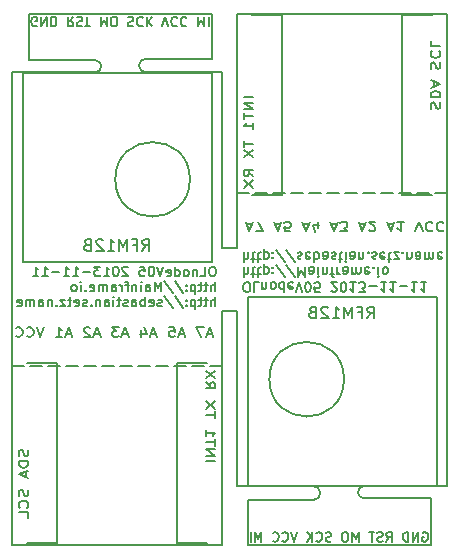
<source format=gbo>
G04 (created by PCBNEW (2013-mar-13)-testing) date Di 12 Nov 2013 11:00:42 CET*
%MOIN*%
G04 Gerber Fmt 3.4, Leading zero omitted, Abs format*
%FSLAX34Y34*%
G01*
G70*
G90*
G04 APERTURE LIST*
%ADD10C,0.005906*%
%ADD11C,0.007874*%
G04 APERTURE END LIST*
G54D10*
X55600Y-54375D02*
X55600Y-62175D01*
X56100Y-54375D02*
X55600Y-54375D01*
X56100Y-60225D02*
X56100Y-54375D01*
X56100Y-52275D02*
X56100Y-44475D01*
X55600Y-52275D02*
X56100Y-52275D01*
X55600Y-46425D02*
X55600Y-52275D01*
X62572Y-47638D02*
X62557Y-47584D01*
X62557Y-47495D01*
X62572Y-47460D01*
X62587Y-47442D01*
X62617Y-47424D01*
X62647Y-47424D01*
X62677Y-47442D01*
X62692Y-47460D01*
X62707Y-47495D01*
X62722Y-47566D01*
X62737Y-47602D01*
X62752Y-47620D01*
X62782Y-47638D01*
X62812Y-47638D01*
X62842Y-47620D01*
X62857Y-47602D01*
X62872Y-47566D01*
X62872Y-47477D01*
X62857Y-47424D01*
X62557Y-47264D02*
X62872Y-47264D01*
X62872Y-47175D01*
X62857Y-47121D01*
X62827Y-47086D01*
X62797Y-47068D01*
X62737Y-47050D01*
X62692Y-47050D01*
X62632Y-47068D01*
X62602Y-47086D01*
X62572Y-47121D01*
X62557Y-47175D01*
X62557Y-47264D01*
X62647Y-46907D02*
X62647Y-46729D01*
X62557Y-46943D02*
X62872Y-46818D01*
X62557Y-46694D01*
X62572Y-46302D02*
X62557Y-46248D01*
X62557Y-46159D01*
X62572Y-46124D01*
X62587Y-46106D01*
X62617Y-46088D01*
X62647Y-46088D01*
X62677Y-46106D01*
X62692Y-46124D01*
X62707Y-46159D01*
X62722Y-46231D01*
X62737Y-46266D01*
X62752Y-46284D01*
X62782Y-46302D01*
X62812Y-46302D01*
X62842Y-46284D01*
X62857Y-46266D01*
X62872Y-46231D01*
X62872Y-46142D01*
X62857Y-46088D01*
X62587Y-45714D02*
X62572Y-45732D01*
X62557Y-45785D01*
X62557Y-45821D01*
X62572Y-45874D01*
X62602Y-45910D01*
X62632Y-45928D01*
X62692Y-45946D01*
X62737Y-45946D01*
X62797Y-45928D01*
X62827Y-45910D01*
X62857Y-45874D01*
X62872Y-45821D01*
X62872Y-45785D01*
X62857Y-45732D01*
X62842Y-45714D01*
X62557Y-45376D02*
X62557Y-45554D01*
X62872Y-45554D01*
X56422Y-51497D02*
X56596Y-51497D01*
X56387Y-51407D02*
X56509Y-51722D01*
X56631Y-51407D01*
X56718Y-51722D02*
X56962Y-51722D01*
X56805Y-51407D01*
X57363Y-51497D02*
X57538Y-51497D01*
X57328Y-51407D02*
X57450Y-51722D01*
X57572Y-51407D01*
X57869Y-51722D02*
X57694Y-51722D01*
X57677Y-51572D01*
X57694Y-51587D01*
X57729Y-51602D01*
X57816Y-51602D01*
X57851Y-51587D01*
X57869Y-51572D01*
X57886Y-51542D01*
X57886Y-51467D01*
X57869Y-51437D01*
X57851Y-51422D01*
X57816Y-51407D01*
X57729Y-51407D01*
X57694Y-51422D01*
X57677Y-51437D01*
X58305Y-51497D02*
X58479Y-51497D01*
X58270Y-51407D02*
X58392Y-51722D01*
X58514Y-51407D01*
X58793Y-51617D02*
X58793Y-51407D01*
X58706Y-51737D02*
X58619Y-51512D01*
X58845Y-51512D01*
X59246Y-51497D02*
X59421Y-51497D01*
X59211Y-51407D02*
X59333Y-51722D01*
X59455Y-51407D01*
X59543Y-51722D02*
X59769Y-51722D01*
X59647Y-51602D01*
X59700Y-51602D01*
X59734Y-51587D01*
X59752Y-51572D01*
X59769Y-51542D01*
X59769Y-51467D01*
X59752Y-51437D01*
X59734Y-51422D01*
X59700Y-51407D01*
X59595Y-51407D01*
X59560Y-51422D01*
X59543Y-51437D01*
X60188Y-51497D02*
X60362Y-51497D01*
X60153Y-51407D02*
X60275Y-51722D01*
X60397Y-51407D01*
X60502Y-51692D02*
X60519Y-51707D01*
X60554Y-51722D01*
X60641Y-51722D01*
X60676Y-51707D01*
X60693Y-51692D01*
X60711Y-51662D01*
X60711Y-51632D01*
X60693Y-51587D01*
X60484Y-51407D01*
X60711Y-51407D01*
X61129Y-51497D02*
X61304Y-51497D01*
X61094Y-51407D02*
X61216Y-51722D01*
X61338Y-51407D01*
X61652Y-51407D02*
X61443Y-51407D01*
X61548Y-51407D02*
X61548Y-51722D01*
X61513Y-51677D01*
X61478Y-51647D01*
X61443Y-51632D01*
X62036Y-51722D02*
X62158Y-51407D01*
X62280Y-51722D01*
X62611Y-51437D02*
X62594Y-51422D01*
X62541Y-51407D01*
X62507Y-51407D01*
X62454Y-51422D01*
X62419Y-51452D01*
X62402Y-51482D01*
X62385Y-51542D01*
X62385Y-51587D01*
X62402Y-51647D01*
X62419Y-51677D01*
X62454Y-51707D01*
X62507Y-51722D01*
X62541Y-51722D01*
X62594Y-51707D01*
X62611Y-51692D01*
X62977Y-51437D02*
X62960Y-51422D01*
X62908Y-51407D01*
X62873Y-51407D01*
X62820Y-51422D01*
X62786Y-51452D01*
X62768Y-51482D01*
X62751Y-51542D01*
X62751Y-51587D01*
X62768Y-51647D01*
X62786Y-51677D01*
X62820Y-51707D01*
X62873Y-51722D01*
X62908Y-51722D01*
X62960Y-51707D01*
X62977Y-51692D01*
G54D11*
X63100Y-50450D02*
X62700Y-50450D01*
X62500Y-50450D02*
X62100Y-50450D01*
X61900Y-50450D02*
X61500Y-50450D01*
X61300Y-50450D02*
X60900Y-50450D01*
X60700Y-50450D02*
X60300Y-50450D01*
X60100Y-50450D02*
X59700Y-50450D01*
X59500Y-50450D02*
X59100Y-50450D01*
X58900Y-50450D02*
X58500Y-50450D01*
X58300Y-50450D02*
X57900Y-50450D01*
X57700Y-50450D02*
X57300Y-50450D01*
X57100Y-50450D02*
X56700Y-50450D01*
X56500Y-50450D02*
X56100Y-50450D01*
G54D10*
X63100Y-44475D02*
X63100Y-60225D01*
X56390Y-53747D02*
X56452Y-53747D01*
X56483Y-53732D01*
X56514Y-53702D01*
X56530Y-53642D01*
X56530Y-53537D01*
X56514Y-53477D01*
X56483Y-53447D01*
X56452Y-53432D01*
X56390Y-53432D01*
X56358Y-53447D01*
X56327Y-53477D01*
X56312Y-53537D01*
X56312Y-53642D01*
X56327Y-53702D01*
X56358Y-53732D01*
X56390Y-53747D01*
X56825Y-53432D02*
X56670Y-53432D01*
X56670Y-53747D01*
X56934Y-53642D02*
X56934Y-53432D01*
X56934Y-53612D02*
X56950Y-53627D01*
X56981Y-53642D01*
X57028Y-53642D01*
X57059Y-53627D01*
X57074Y-53597D01*
X57074Y-53432D01*
X57276Y-53432D02*
X57245Y-53447D01*
X57230Y-53462D01*
X57214Y-53492D01*
X57214Y-53582D01*
X57230Y-53612D01*
X57245Y-53627D01*
X57276Y-53642D01*
X57323Y-53642D01*
X57354Y-53627D01*
X57370Y-53612D01*
X57385Y-53582D01*
X57385Y-53492D01*
X57370Y-53462D01*
X57354Y-53447D01*
X57323Y-53432D01*
X57276Y-53432D01*
X57666Y-53432D02*
X57666Y-53747D01*
X57666Y-53447D02*
X57634Y-53432D01*
X57572Y-53432D01*
X57541Y-53447D01*
X57525Y-53462D01*
X57510Y-53492D01*
X57510Y-53582D01*
X57525Y-53612D01*
X57541Y-53627D01*
X57572Y-53642D01*
X57634Y-53642D01*
X57666Y-53627D01*
X57946Y-53447D02*
X57914Y-53432D01*
X57852Y-53432D01*
X57821Y-53447D01*
X57806Y-53477D01*
X57806Y-53597D01*
X57821Y-53627D01*
X57852Y-53642D01*
X57914Y-53642D01*
X57946Y-53627D01*
X57961Y-53597D01*
X57961Y-53567D01*
X57806Y-53537D01*
X58055Y-53747D02*
X58163Y-53432D01*
X58272Y-53747D01*
X58444Y-53747D02*
X58475Y-53747D01*
X58506Y-53732D01*
X58521Y-53717D01*
X58537Y-53687D01*
X58552Y-53627D01*
X58552Y-53552D01*
X58537Y-53492D01*
X58521Y-53462D01*
X58506Y-53447D01*
X58475Y-53432D01*
X58444Y-53432D01*
X58412Y-53447D01*
X58397Y-53462D01*
X58381Y-53492D01*
X58366Y-53552D01*
X58366Y-53627D01*
X58381Y-53687D01*
X58397Y-53717D01*
X58412Y-53732D01*
X58444Y-53747D01*
X58848Y-53747D02*
X58693Y-53747D01*
X58677Y-53597D01*
X58693Y-53612D01*
X58724Y-53627D01*
X58801Y-53627D01*
X58833Y-53612D01*
X58848Y-53597D01*
X58864Y-53567D01*
X58864Y-53492D01*
X58848Y-53462D01*
X58833Y-53447D01*
X58801Y-53432D01*
X58724Y-53432D01*
X58693Y-53447D01*
X58677Y-53462D01*
X59237Y-53717D02*
X59253Y-53732D01*
X59284Y-53747D01*
X59362Y-53747D01*
X59393Y-53732D01*
X59408Y-53717D01*
X59424Y-53687D01*
X59424Y-53657D01*
X59408Y-53612D01*
X59222Y-53432D01*
X59424Y-53432D01*
X59626Y-53747D02*
X59657Y-53747D01*
X59688Y-53732D01*
X59704Y-53717D01*
X59720Y-53687D01*
X59735Y-53627D01*
X59735Y-53552D01*
X59720Y-53492D01*
X59704Y-53462D01*
X59688Y-53447D01*
X59657Y-53432D01*
X59626Y-53432D01*
X59595Y-53447D01*
X59579Y-53462D01*
X59564Y-53492D01*
X59548Y-53552D01*
X59548Y-53627D01*
X59564Y-53687D01*
X59579Y-53717D01*
X59595Y-53732D01*
X59626Y-53747D01*
X60046Y-53432D02*
X59860Y-53432D01*
X59953Y-53432D02*
X59953Y-53747D01*
X59922Y-53702D01*
X59891Y-53672D01*
X59860Y-53657D01*
X60155Y-53747D02*
X60357Y-53747D01*
X60249Y-53627D01*
X60295Y-53627D01*
X60326Y-53612D01*
X60342Y-53597D01*
X60357Y-53567D01*
X60357Y-53492D01*
X60342Y-53462D01*
X60326Y-53447D01*
X60295Y-53432D01*
X60202Y-53432D01*
X60171Y-53447D01*
X60155Y-53462D01*
X60498Y-53552D02*
X60747Y-53552D01*
X61073Y-53432D02*
X60887Y-53432D01*
X60980Y-53432D02*
X60980Y-53747D01*
X60949Y-53702D01*
X60918Y-53672D01*
X60887Y-53657D01*
X61384Y-53432D02*
X61198Y-53432D01*
X61291Y-53432D02*
X61291Y-53747D01*
X61260Y-53702D01*
X61229Y-53672D01*
X61198Y-53657D01*
X61525Y-53552D02*
X61773Y-53552D01*
X62100Y-53432D02*
X61914Y-53432D01*
X62007Y-53432D02*
X62007Y-53747D01*
X61976Y-53702D01*
X61945Y-53672D01*
X61914Y-53657D01*
X62411Y-53432D02*
X62225Y-53432D01*
X62318Y-53432D02*
X62318Y-53747D01*
X62287Y-53702D01*
X62256Y-53672D01*
X62225Y-53657D01*
X56327Y-52932D02*
X56327Y-53247D01*
X56467Y-52932D02*
X56467Y-53097D01*
X56452Y-53127D01*
X56421Y-53142D01*
X56374Y-53142D01*
X56343Y-53127D01*
X56327Y-53112D01*
X56576Y-53142D02*
X56701Y-53142D01*
X56623Y-53247D02*
X56623Y-52977D01*
X56639Y-52947D01*
X56670Y-52932D01*
X56701Y-52932D01*
X56763Y-53142D02*
X56887Y-53142D01*
X56810Y-53247D02*
X56810Y-52977D01*
X56825Y-52947D01*
X56856Y-52932D01*
X56887Y-52932D01*
X56996Y-53142D02*
X56996Y-52827D01*
X56996Y-53127D02*
X57028Y-53142D01*
X57090Y-53142D01*
X57121Y-53127D01*
X57136Y-53112D01*
X57152Y-53082D01*
X57152Y-52992D01*
X57136Y-52962D01*
X57121Y-52947D01*
X57090Y-52932D01*
X57028Y-52932D01*
X56996Y-52947D01*
X57292Y-52962D02*
X57308Y-52947D01*
X57292Y-52932D01*
X57276Y-52947D01*
X57292Y-52962D01*
X57292Y-52932D01*
X57292Y-53127D02*
X57308Y-53112D01*
X57292Y-53097D01*
X57276Y-53112D01*
X57292Y-53127D01*
X57292Y-53097D01*
X57681Y-53262D02*
X57401Y-52857D01*
X58023Y-53262D02*
X57743Y-52857D01*
X58132Y-52932D02*
X58132Y-53247D01*
X58241Y-53022D01*
X58350Y-53247D01*
X58350Y-52932D01*
X58646Y-52932D02*
X58646Y-53097D01*
X58630Y-53127D01*
X58599Y-53142D01*
X58537Y-53142D01*
X58506Y-53127D01*
X58646Y-52947D02*
X58615Y-52932D01*
X58537Y-52932D01*
X58506Y-52947D01*
X58490Y-52977D01*
X58490Y-53007D01*
X58506Y-53037D01*
X58537Y-53052D01*
X58615Y-53052D01*
X58646Y-53067D01*
X58801Y-52932D02*
X58801Y-53142D01*
X58801Y-53247D02*
X58786Y-53232D01*
X58801Y-53217D01*
X58817Y-53232D01*
X58801Y-53247D01*
X58801Y-53217D01*
X58957Y-53142D02*
X58957Y-52932D01*
X58957Y-53112D02*
X58973Y-53127D01*
X59004Y-53142D01*
X59050Y-53142D01*
X59082Y-53127D01*
X59097Y-53097D01*
X59097Y-52932D01*
X59206Y-53142D02*
X59330Y-53142D01*
X59253Y-52932D02*
X59253Y-53202D01*
X59268Y-53232D01*
X59299Y-53247D01*
X59330Y-53247D01*
X59439Y-52932D02*
X59439Y-53142D01*
X59439Y-53082D02*
X59455Y-53112D01*
X59471Y-53127D01*
X59502Y-53142D01*
X59533Y-53142D01*
X59782Y-52932D02*
X59782Y-53097D01*
X59766Y-53127D01*
X59735Y-53142D01*
X59673Y-53142D01*
X59642Y-53127D01*
X59782Y-52947D02*
X59751Y-52932D01*
X59673Y-52932D01*
X59642Y-52947D01*
X59626Y-52977D01*
X59626Y-53007D01*
X59642Y-53037D01*
X59673Y-53052D01*
X59751Y-53052D01*
X59782Y-53067D01*
X59937Y-52932D02*
X59937Y-53142D01*
X59937Y-53112D02*
X59953Y-53127D01*
X59984Y-53142D01*
X60031Y-53142D01*
X60062Y-53127D01*
X60077Y-53097D01*
X60077Y-52932D01*
X60077Y-53097D02*
X60093Y-53127D01*
X60124Y-53142D01*
X60171Y-53142D01*
X60202Y-53127D01*
X60217Y-53097D01*
X60217Y-52932D01*
X60498Y-52947D02*
X60466Y-52932D01*
X60404Y-52932D01*
X60373Y-52947D01*
X60357Y-52977D01*
X60357Y-53097D01*
X60373Y-53127D01*
X60404Y-53142D01*
X60466Y-53142D01*
X60498Y-53127D01*
X60513Y-53097D01*
X60513Y-53067D01*
X60357Y-53037D01*
X60653Y-52962D02*
X60669Y-52947D01*
X60653Y-52932D01*
X60638Y-52947D01*
X60653Y-52962D01*
X60653Y-52932D01*
X60809Y-52932D02*
X60809Y-53142D01*
X60809Y-53247D02*
X60793Y-53232D01*
X60809Y-53217D01*
X60824Y-53232D01*
X60809Y-53247D01*
X60809Y-53217D01*
X61011Y-52932D02*
X60980Y-52947D01*
X60964Y-52962D01*
X60949Y-52992D01*
X60949Y-53082D01*
X60964Y-53112D01*
X60980Y-53127D01*
X61011Y-53142D01*
X61058Y-53142D01*
X61089Y-53127D01*
X61104Y-53112D01*
X61120Y-53082D01*
X61120Y-52992D01*
X61104Y-52962D01*
X61089Y-52947D01*
X61058Y-52932D01*
X61011Y-52932D01*
X56327Y-52432D02*
X56327Y-52747D01*
X56467Y-52432D02*
X56467Y-52597D01*
X56452Y-52627D01*
X56421Y-52642D01*
X56374Y-52642D01*
X56343Y-52627D01*
X56327Y-52612D01*
X56576Y-52642D02*
X56701Y-52642D01*
X56623Y-52747D02*
X56623Y-52477D01*
X56639Y-52447D01*
X56670Y-52432D01*
X56701Y-52432D01*
X56763Y-52642D02*
X56887Y-52642D01*
X56810Y-52747D02*
X56810Y-52477D01*
X56825Y-52447D01*
X56856Y-52432D01*
X56887Y-52432D01*
X56996Y-52642D02*
X56996Y-52327D01*
X56996Y-52627D02*
X57028Y-52642D01*
X57090Y-52642D01*
X57121Y-52627D01*
X57136Y-52612D01*
X57152Y-52582D01*
X57152Y-52492D01*
X57136Y-52462D01*
X57121Y-52447D01*
X57090Y-52432D01*
X57028Y-52432D01*
X56996Y-52447D01*
X57292Y-52462D02*
X57308Y-52447D01*
X57292Y-52432D01*
X57276Y-52447D01*
X57292Y-52462D01*
X57292Y-52432D01*
X57292Y-52627D02*
X57308Y-52612D01*
X57292Y-52597D01*
X57276Y-52612D01*
X57292Y-52627D01*
X57292Y-52597D01*
X57681Y-52762D02*
X57401Y-52357D01*
X58023Y-52762D02*
X57743Y-52357D01*
X58117Y-52447D02*
X58148Y-52432D01*
X58210Y-52432D01*
X58241Y-52447D01*
X58257Y-52477D01*
X58257Y-52492D01*
X58241Y-52522D01*
X58210Y-52537D01*
X58163Y-52537D01*
X58132Y-52552D01*
X58117Y-52582D01*
X58117Y-52597D01*
X58132Y-52627D01*
X58163Y-52642D01*
X58210Y-52642D01*
X58241Y-52627D01*
X58521Y-52447D02*
X58490Y-52432D01*
X58428Y-52432D01*
X58397Y-52447D01*
X58381Y-52477D01*
X58381Y-52597D01*
X58397Y-52627D01*
X58428Y-52642D01*
X58490Y-52642D01*
X58521Y-52627D01*
X58537Y-52597D01*
X58537Y-52567D01*
X58381Y-52537D01*
X58677Y-52432D02*
X58677Y-52747D01*
X58677Y-52627D02*
X58708Y-52642D01*
X58770Y-52642D01*
X58801Y-52627D01*
X58817Y-52612D01*
X58833Y-52582D01*
X58833Y-52492D01*
X58817Y-52462D01*
X58801Y-52447D01*
X58770Y-52432D01*
X58708Y-52432D01*
X58677Y-52447D01*
X59113Y-52432D02*
X59113Y-52597D01*
X59097Y-52627D01*
X59066Y-52642D01*
X59004Y-52642D01*
X58973Y-52627D01*
X59113Y-52447D02*
X59082Y-52432D01*
X59004Y-52432D01*
X58973Y-52447D01*
X58957Y-52477D01*
X58957Y-52507D01*
X58973Y-52537D01*
X59004Y-52552D01*
X59082Y-52552D01*
X59113Y-52567D01*
X59253Y-52447D02*
X59284Y-52432D01*
X59346Y-52432D01*
X59377Y-52447D01*
X59393Y-52477D01*
X59393Y-52492D01*
X59377Y-52522D01*
X59346Y-52537D01*
X59299Y-52537D01*
X59268Y-52552D01*
X59253Y-52582D01*
X59253Y-52597D01*
X59268Y-52627D01*
X59299Y-52642D01*
X59346Y-52642D01*
X59377Y-52627D01*
X59486Y-52642D02*
X59611Y-52642D01*
X59533Y-52747D02*
X59533Y-52477D01*
X59548Y-52447D01*
X59579Y-52432D01*
X59611Y-52432D01*
X59720Y-52432D02*
X59720Y-52642D01*
X59720Y-52747D02*
X59704Y-52732D01*
X59720Y-52717D01*
X59735Y-52732D01*
X59720Y-52747D01*
X59720Y-52717D01*
X60015Y-52432D02*
X60015Y-52597D01*
X60000Y-52627D01*
X59968Y-52642D01*
X59906Y-52642D01*
X59875Y-52627D01*
X60015Y-52447D02*
X59984Y-52432D01*
X59906Y-52432D01*
X59875Y-52447D01*
X59860Y-52477D01*
X59860Y-52507D01*
X59875Y-52537D01*
X59906Y-52552D01*
X59984Y-52552D01*
X60015Y-52567D01*
X60171Y-52642D02*
X60171Y-52432D01*
X60171Y-52612D02*
X60186Y-52627D01*
X60217Y-52642D01*
X60264Y-52642D01*
X60295Y-52627D01*
X60311Y-52597D01*
X60311Y-52432D01*
X60466Y-52462D02*
X60482Y-52447D01*
X60466Y-52432D01*
X60451Y-52447D01*
X60466Y-52462D01*
X60466Y-52432D01*
X60606Y-52447D02*
X60638Y-52432D01*
X60700Y-52432D01*
X60731Y-52447D01*
X60747Y-52477D01*
X60747Y-52492D01*
X60731Y-52522D01*
X60700Y-52537D01*
X60653Y-52537D01*
X60622Y-52552D01*
X60606Y-52582D01*
X60606Y-52597D01*
X60622Y-52627D01*
X60653Y-52642D01*
X60700Y-52642D01*
X60731Y-52627D01*
X61011Y-52447D02*
X60980Y-52432D01*
X60918Y-52432D01*
X60887Y-52447D01*
X60871Y-52477D01*
X60871Y-52597D01*
X60887Y-52627D01*
X60918Y-52642D01*
X60980Y-52642D01*
X61011Y-52627D01*
X61027Y-52597D01*
X61027Y-52567D01*
X60871Y-52537D01*
X61120Y-52642D02*
X61244Y-52642D01*
X61167Y-52747D02*
X61167Y-52477D01*
X61182Y-52447D01*
X61213Y-52432D01*
X61244Y-52432D01*
X61322Y-52642D02*
X61493Y-52642D01*
X61322Y-52432D01*
X61493Y-52432D01*
X61618Y-52462D02*
X61633Y-52447D01*
X61618Y-52432D01*
X61602Y-52447D01*
X61618Y-52462D01*
X61618Y-52432D01*
X61773Y-52642D02*
X61773Y-52432D01*
X61773Y-52612D02*
X61789Y-52627D01*
X61820Y-52642D01*
X61867Y-52642D01*
X61898Y-52627D01*
X61914Y-52597D01*
X61914Y-52432D01*
X62209Y-52432D02*
X62209Y-52597D01*
X62194Y-52627D01*
X62163Y-52642D01*
X62100Y-52642D01*
X62069Y-52627D01*
X62209Y-52447D02*
X62178Y-52432D01*
X62100Y-52432D01*
X62069Y-52447D01*
X62054Y-52477D01*
X62054Y-52507D01*
X62069Y-52537D01*
X62100Y-52552D01*
X62178Y-52552D01*
X62209Y-52567D01*
X62365Y-52432D02*
X62365Y-52642D01*
X62365Y-52612D02*
X62380Y-52627D01*
X62411Y-52642D01*
X62458Y-52642D01*
X62489Y-52627D01*
X62505Y-52597D01*
X62505Y-52432D01*
X62505Y-52597D02*
X62520Y-52627D01*
X62552Y-52642D01*
X62598Y-52642D01*
X62629Y-52627D01*
X62645Y-52597D01*
X62645Y-52432D01*
X62925Y-52447D02*
X62894Y-52432D01*
X62832Y-52432D01*
X62800Y-52447D01*
X62785Y-52477D01*
X62785Y-52597D01*
X62800Y-52627D01*
X62832Y-52642D01*
X62894Y-52642D01*
X62925Y-52627D01*
X62941Y-52597D01*
X62941Y-52567D01*
X62785Y-52537D01*
X56100Y-44475D02*
X63100Y-44475D01*
G54D11*
X56600Y-50525D02*
X57600Y-50525D01*
X57600Y-50525D02*
X57600Y-44525D01*
X57600Y-44525D02*
X56600Y-44525D01*
X62600Y-44525D02*
X61600Y-44525D01*
X61600Y-44525D02*
X61600Y-50525D01*
X61600Y-50525D02*
X62600Y-50525D01*
G54D10*
X58875Y-60450D02*
G75*
G03X58650Y-60225I-225J0D01*
G74*
G01*
X58650Y-60675D02*
G75*
G03X58875Y-60450I0J225D01*
G74*
G01*
X60325Y-60225D02*
G75*
G03X60125Y-60425I0J-200D01*
G74*
G01*
X60125Y-60425D02*
G75*
G03X60325Y-60625I200J0D01*
G74*
G01*
X60325Y-60225D02*
X63100Y-60225D01*
X58650Y-60225D02*
X56100Y-60225D01*
X56642Y-47262D02*
X56327Y-47262D01*
X56642Y-47440D02*
X56327Y-47440D01*
X56642Y-47654D01*
X56327Y-47654D01*
X56327Y-47779D02*
X56327Y-47993D01*
X56642Y-47886D02*
X56327Y-47886D01*
X56642Y-48313D02*
X56642Y-48099D01*
X56642Y-48206D02*
X56327Y-48206D01*
X56372Y-48171D01*
X56402Y-48135D01*
X56417Y-48099D01*
X56327Y-48705D02*
X56327Y-48919D01*
X56642Y-48812D02*
X56327Y-48812D01*
X56327Y-49008D02*
X56642Y-49257D01*
X56327Y-49257D02*
X56642Y-49008D01*
X56642Y-49898D02*
X56492Y-49774D01*
X56642Y-49685D02*
X56327Y-49685D01*
X56327Y-49827D01*
X56342Y-49863D01*
X56357Y-49880D01*
X56387Y-49898D01*
X56432Y-49898D01*
X56462Y-49880D01*
X56477Y-49863D01*
X56492Y-49827D01*
X56492Y-49685D01*
X56327Y-50023D02*
X56642Y-50272D01*
X56327Y-50272D02*
X56642Y-50023D01*
X60325Y-60625D02*
X62550Y-60625D01*
X58650Y-60675D02*
X56450Y-60675D01*
X56450Y-60675D02*
X56450Y-62175D01*
X56450Y-62175D02*
X62550Y-62175D01*
X62550Y-62175D02*
X62550Y-60625D01*
X62282Y-61767D02*
X62312Y-61752D01*
X62357Y-61752D01*
X62402Y-61767D01*
X62432Y-61797D01*
X62447Y-61827D01*
X62462Y-61887D01*
X62462Y-61932D01*
X62447Y-61992D01*
X62432Y-62022D01*
X62402Y-62052D01*
X62357Y-62067D01*
X62327Y-62067D01*
X62282Y-62052D01*
X62267Y-62037D01*
X62267Y-61932D01*
X62327Y-61932D01*
X62132Y-62067D02*
X62132Y-61752D01*
X61952Y-62067D01*
X61952Y-61752D01*
X61802Y-62067D02*
X61802Y-61752D01*
X61727Y-61752D01*
X61682Y-61767D01*
X61652Y-61797D01*
X61637Y-61827D01*
X61622Y-61887D01*
X61622Y-61932D01*
X61637Y-61992D01*
X61652Y-62022D01*
X61682Y-62052D01*
X61727Y-62067D01*
X61802Y-62067D01*
X61067Y-62067D02*
X61172Y-61917D01*
X61247Y-62067D02*
X61247Y-61752D01*
X61127Y-61752D01*
X61097Y-61767D01*
X61082Y-61782D01*
X61067Y-61812D01*
X61067Y-61857D01*
X61082Y-61887D01*
X61097Y-61902D01*
X61127Y-61917D01*
X61247Y-61917D01*
X60947Y-62052D02*
X60902Y-62067D01*
X60827Y-62067D01*
X60797Y-62052D01*
X60782Y-62037D01*
X60767Y-62007D01*
X60767Y-61977D01*
X60782Y-61947D01*
X60797Y-61932D01*
X60827Y-61917D01*
X60887Y-61902D01*
X60917Y-61887D01*
X60932Y-61872D01*
X60947Y-61842D01*
X60947Y-61812D01*
X60932Y-61782D01*
X60917Y-61767D01*
X60887Y-61752D01*
X60812Y-61752D01*
X60767Y-61767D01*
X60677Y-61752D02*
X60497Y-61752D01*
X60587Y-62067D02*
X60587Y-61752D01*
X60152Y-62067D02*
X60152Y-61752D01*
X60047Y-61977D01*
X59942Y-61752D01*
X59942Y-62067D01*
X59732Y-61752D02*
X59672Y-61752D01*
X59642Y-61767D01*
X59612Y-61797D01*
X59597Y-61857D01*
X59597Y-61962D01*
X59612Y-62022D01*
X59642Y-62052D01*
X59672Y-62067D01*
X59732Y-62067D01*
X59762Y-62052D01*
X59792Y-62022D01*
X59807Y-61962D01*
X59807Y-61857D01*
X59792Y-61797D01*
X59762Y-61767D01*
X59732Y-61752D01*
X59237Y-62052D02*
X59192Y-62067D01*
X59117Y-62067D01*
X59087Y-62052D01*
X59072Y-62037D01*
X59057Y-62007D01*
X59057Y-61977D01*
X59072Y-61947D01*
X59087Y-61932D01*
X59117Y-61917D01*
X59177Y-61902D01*
X59207Y-61887D01*
X59222Y-61872D01*
X59237Y-61842D01*
X59237Y-61812D01*
X59222Y-61782D01*
X59207Y-61767D01*
X59177Y-61752D01*
X59102Y-61752D01*
X59057Y-61767D01*
X58742Y-62037D02*
X58757Y-62052D01*
X58802Y-62067D01*
X58832Y-62067D01*
X58877Y-62052D01*
X58907Y-62022D01*
X58922Y-61992D01*
X58937Y-61932D01*
X58937Y-61887D01*
X58922Y-61827D01*
X58907Y-61797D01*
X58877Y-61767D01*
X58832Y-61752D01*
X58802Y-61752D01*
X58757Y-61767D01*
X58742Y-61782D01*
X58607Y-62067D02*
X58607Y-61752D01*
X58427Y-62067D02*
X58562Y-61887D01*
X58427Y-61752D02*
X58607Y-61932D01*
X58097Y-61752D02*
X57992Y-62067D01*
X57887Y-61752D01*
X57602Y-62037D02*
X57617Y-62052D01*
X57662Y-62067D01*
X57692Y-62067D01*
X57737Y-62052D01*
X57767Y-62022D01*
X57782Y-61992D01*
X57797Y-61932D01*
X57797Y-61887D01*
X57782Y-61827D01*
X57767Y-61797D01*
X57737Y-61767D01*
X57692Y-61752D01*
X57662Y-61752D01*
X57617Y-61767D01*
X57602Y-61782D01*
X57287Y-62037D02*
X57302Y-62052D01*
X57347Y-62067D01*
X57377Y-62067D01*
X57422Y-62052D01*
X57452Y-62022D01*
X57467Y-61992D01*
X57482Y-61932D01*
X57482Y-61887D01*
X57467Y-61827D01*
X57452Y-61797D01*
X57422Y-61767D01*
X57377Y-61752D01*
X57347Y-61752D01*
X57302Y-61767D01*
X57287Y-61782D01*
X56912Y-62067D02*
X56912Y-61752D01*
X56807Y-61977D01*
X56702Y-61752D01*
X56702Y-62067D01*
X56552Y-62067D02*
X56552Y-61752D01*
X49417Y-44882D02*
X49387Y-44897D01*
X49342Y-44897D01*
X49297Y-44882D01*
X49267Y-44852D01*
X49252Y-44822D01*
X49237Y-44762D01*
X49237Y-44717D01*
X49252Y-44657D01*
X49267Y-44627D01*
X49297Y-44597D01*
X49342Y-44582D01*
X49372Y-44582D01*
X49417Y-44597D01*
X49432Y-44612D01*
X49432Y-44717D01*
X49372Y-44717D01*
X49567Y-44582D02*
X49567Y-44897D01*
X49747Y-44582D01*
X49747Y-44897D01*
X49897Y-44582D02*
X49897Y-44897D01*
X49972Y-44897D01*
X50017Y-44882D01*
X50047Y-44852D01*
X50062Y-44822D01*
X50077Y-44762D01*
X50077Y-44717D01*
X50062Y-44657D01*
X50047Y-44627D01*
X50017Y-44597D01*
X49972Y-44582D01*
X49897Y-44582D01*
X50632Y-44582D02*
X50527Y-44732D01*
X50452Y-44582D02*
X50452Y-44897D01*
X50572Y-44897D01*
X50602Y-44882D01*
X50617Y-44867D01*
X50632Y-44837D01*
X50632Y-44792D01*
X50617Y-44762D01*
X50602Y-44747D01*
X50572Y-44732D01*
X50452Y-44732D01*
X50752Y-44597D02*
X50797Y-44582D01*
X50872Y-44582D01*
X50902Y-44597D01*
X50917Y-44612D01*
X50932Y-44642D01*
X50932Y-44672D01*
X50917Y-44702D01*
X50902Y-44717D01*
X50872Y-44732D01*
X50812Y-44747D01*
X50782Y-44762D01*
X50767Y-44777D01*
X50752Y-44807D01*
X50752Y-44837D01*
X50767Y-44867D01*
X50782Y-44882D01*
X50812Y-44897D01*
X50887Y-44897D01*
X50932Y-44882D01*
X51022Y-44897D02*
X51202Y-44897D01*
X51112Y-44582D02*
X51112Y-44897D01*
X51547Y-44582D02*
X51547Y-44897D01*
X51652Y-44672D01*
X51757Y-44897D01*
X51757Y-44582D01*
X51967Y-44897D02*
X52027Y-44897D01*
X52057Y-44882D01*
X52087Y-44852D01*
X52102Y-44792D01*
X52102Y-44687D01*
X52087Y-44627D01*
X52057Y-44597D01*
X52027Y-44582D01*
X51967Y-44582D01*
X51937Y-44597D01*
X51907Y-44627D01*
X51892Y-44687D01*
X51892Y-44792D01*
X51907Y-44852D01*
X51937Y-44882D01*
X51967Y-44897D01*
X52462Y-44597D02*
X52507Y-44582D01*
X52582Y-44582D01*
X52612Y-44597D01*
X52627Y-44612D01*
X52642Y-44642D01*
X52642Y-44672D01*
X52627Y-44702D01*
X52612Y-44717D01*
X52582Y-44732D01*
X52522Y-44747D01*
X52492Y-44762D01*
X52477Y-44777D01*
X52462Y-44807D01*
X52462Y-44837D01*
X52477Y-44867D01*
X52492Y-44882D01*
X52522Y-44897D01*
X52597Y-44897D01*
X52642Y-44882D01*
X52957Y-44612D02*
X52942Y-44597D01*
X52897Y-44582D01*
X52867Y-44582D01*
X52822Y-44597D01*
X52792Y-44627D01*
X52777Y-44657D01*
X52762Y-44717D01*
X52762Y-44762D01*
X52777Y-44822D01*
X52792Y-44852D01*
X52822Y-44882D01*
X52867Y-44897D01*
X52897Y-44897D01*
X52942Y-44882D01*
X52957Y-44867D01*
X53092Y-44582D02*
X53092Y-44897D01*
X53272Y-44582D02*
X53137Y-44762D01*
X53272Y-44897D02*
X53092Y-44717D01*
X53602Y-44897D02*
X53707Y-44582D01*
X53812Y-44897D01*
X54097Y-44612D02*
X54082Y-44597D01*
X54037Y-44582D01*
X54007Y-44582D01*
X53962Y-44597D01*
X53932Y-44627D01*
X53917Y-44657D01*
X53902Y-44717D01*
X53902Y-44762D01*
X53917Y-44822D01*
X53932Y-44852D01*
X53962Y-44882D01*
X54007Y-44897D01*
X54037Y-44897D01*
X54082Y-44882D01*
X54097Y-44867D01*
X54412Y-44612D02*
X54397Y-44597D01*
X54352Y-44582D01*
X54322Y-44582D01*
X54277Y-44597D01*
X54247Y-44627D01*
X54232Y-44657D01*
X54217Y-44717D01*
X54217Y-44762D01*
X54232Y-44822D01*
X54247Y-44852D01*
X54277Y-44882D01*
X54322Y-44897D01*
X54352Y-44897D01*
X54397Y-44882D01*
X54412Y-44867D01*
X54787Y-44582D02*
X54787Y-44897D01*
X54892Y-44672D01*
X54997Y-44897D01*
X54997Y-44582D01*
X55147Y-44582D02*
X55147Y-44897D01*
X49150Y-44475D02*
X49150Y-46025D01*
X55250Y-44475D02*
X49150Y-44475D01*
X55250Y-45975D02*
X55250Y-44475D01*
X53050Y-45975D02*
X55250Y-45975D01*
X51375Y-46025D02*
X49150Y-46025D01*
X55057Y-59387D02*
X55372Y-59387D01*
X55057Y-59209D02*
X55372Y-59209D01*
X55057Y-58995D01*
X55372Y-58995D01*
X55372Y-58870D02*
X55372Y-58656D01*
X55057Y-58763D02*
X55372Y-58763D01*
X55057Y-58336D02*
X55057Y-58550D01*
X55057Y-58443D02*
X55372Y-58443D01*
X55327Y-58478D01*
X55297Y-58514D01*
X55282Y-58550D01*
X55372Y-57944D02*
X55372Y-57730D01*
X55057Y-57837D02*
X55372Y-57837D01*
X55372Y-57641D02*
X55057Y-57392D01*
X55372Y-57392D02*
X55057Y-57641D01*
X55057Y-56751D02*
X55207Y-56875D01*
X55057Y-56964D02*
X55372Y-56964D01*
X55372Y-56822D01*
X55357Y-56786D01*
X55342Y-56769D01*
X55312Y-56751D01*
X55267Y-56751D01*
X55237Y-56769D01*
X55222Y-56786D01*
X55207Y-56822D01*
X55207Y-56964D01*
X55372Y-56626D02*
X55057Y-56377D01*
X55372Y-56377D02*
X55057Y-56626D01*
X53050Y-46425D02*
X55600Y-46425D01*
X51375Y-46425D02*
X48600Y-46425D01*
X51575Y-46225D02*
G75*
G03X51375Y-46025I-200J0D01*
G74*
G01*
X51375Y-46425D02*
G75*
G03X51575Y-46225I0J200D01*
G74*
G01*
X53050Y-45975D02*
G75*
G03X52825Y-46200I0J-225D01*
G74*
G01*
X52825Y-46200D02*
G75*
G03X53050Y-46425I225J0D01*
G74*
G01*
G54D11*
X50100Y-56125D02*
X49100Y-56125D01*
X50100Y-62125D02*
X50100Y-56125D01*
X49100Y-62125D02*
X50100Y-62125D01*
X54100Y-62125D02*
X55100Y-62125D01*
X54100Y-56125D02*
X54100Y-62125D01*
X55100Y-56125D02*
X54100Y-56125D01*
G54D10*
X55600Y-62175D02*
X48600Y-62175D01*
X55309Y-52902D02*
X55247Y-52902D01*
X55216Y-52917D01*
X55185Y-52947D01*
X55169Y-53007D01*
X55169Y-53112D01*
X55185Y-53172D01*
X55216Y-53202D01*
X55247Y-53217D01*
X55309Y-53217D01*
X55341Y-53202D01*
X55372Y-53172D01*
X55387Y-53112D01*
X55387Y-53007D01*
X55372Y-52947D01*
X55341Y-52917D01*
X55309Y-52902D01*
X54874Y-53217D02*
X55029Y-53217D01*
X55029Y-52902D01*
X54765Y-53007D02*
X54765Y-53217D01*
X54765Y-53037D02*
X54749Y-53022D01*
X54718Y-53007D01*
X54671Y-53007D01*
X54640Y-53022D01*
X54625Y-53052D01*
X54625Y-53217D01*
X54423Y-53217D02*
X54454Y-53202D01*
X54469Y-53187D01*
X54485Y-53157D01*
X54485Y-53067D01*
X54469Y-53037D01*
X54454Y-53022D01*
X54423Y-53007D01*
X54376Y-53007D01*
X54345Y-53022D01*
X54329Y-53037D01*
X54314Y-53067D01*
X54314Y-53157D01*
X54329Y-53187D01*
X54345Y-53202D01*
X54376Y-53217D01*
X54423Y-53217D01*
X54033Y-53217D02*
X54033Y-52902D01*
X54033Y-53202D02*
X54065Y-53217D01*
X54127Y-53217D01*
X54158Y-53202D01*
X54174Y-53187D01*
X54189Y-53157D01*
X54189Y-53067D01*
X54174Y-53037D01*
X54158Y-53022D01*
X54127Y-53007D01*
X54065Y-53007D01*
X54033Y-53022D01*
X53753Y-53202D02*
X53785Y-53217D01*
X53847Y-53217D01*
X53878Y-53202D01*
X53893Y-53172D01*
X53893Y-53052D01*
X53878Y-53022D01*
X53847Y-53007D01*
X53785Y-53007D01*
X53753Y-53022D01*
X53738Y-53052D01*
X53738Y-53082D01*
X53893Y-53112D01*
X53644Y-52902D02*
X53536Y-53217D01*
X53427Y-52902D01*
X53255Y-52902D02*
X53224Y-52902D01*
X53193Y-52917D01*
X53178Y-52932D01*
X53162Y-52962D01*
X53147Y-53022D01*
X53147Y-53097D01*
X53162Y-53157D01*
X53178Y-53187D01*
X53193Y-53202D01*
X53224Y-53217D01*
X53255Y-53217D01*
X53287Y-53202D01*
X53302Y-53187D01*
X53318Y-53157D01*
X53333Y-53097D01*
X53333Y-53022D01*
X53318Y-52962D01*
X53302Y-52932D01*
X53287Y-52917D01*
X53255Y-52902D01*
X52851Y-52902D02*
X53006Y-52902D01*
X53022Y-53052D01*
X53006Y-53037D01*
X52975Y-53022D01*
X52898Y-53022D01*
X52866Y-53037D01*
X52851Y-53052D01*
X52835Y-53082D01*
X52835Y-53157D01*
X52851Y-53187D01*
X52866Y-53202D01*
X52898Y-53217D01*
X52975Y-53217D01*
X53006Y-53202D01*
X53022Y-53187D01*
X52462Y-52932D02*
X52446Y-52917D01*
X52415Y-52902D01*
X52337Y-52902D01*
X52306Y-52917D01*
X52291Y-52932D01*
X52275Y-52962D01*
X52275Y-52992D01*
X52291Y-53037D01*
X52477Y-53217D01*
X52275Y-53217D01*
X52073Y-52902D02*
X52042Y-52902D01*
X52011Y-52917D01*
X51995Y-52932D01*
X51979Y-52962D01*
X51964Y-53022D01*
X51964Y-53097D01*
X51979Y-53157D01*
X51995Y-53187D01*
X52011Y-53202D01*
X52042Y-53217D01*
X52073Y-53217D01*
X52104Y-53202D01*
X52120Y-53187D01*
X52135Y-53157D01*
X52151Y-53097D01*
X52151Y-53022D01*
X52135Y-52962D01*
X52120Y-52932D01*
X52104Y-52917D01*
X52073Y-52902D01*
X51653Y-53217D02*
X51839Y-53217D01*
X51746Y-53217D02*
X51746Y-52902D01*
X51777Y-52947D01*
X51808Y-52977D01*
X51839Y-52992D01*
X51544Y-52902D02*
X51342Y-52902D01*
X51450Y-53022D01*
X51404Y-53022D01*
X51373Y-53037D01*
X51357Y-53052D01*
X51342Y-53082D01*
X51342Y-53157D01*
X51357Y-53187D01*
X51373Y-53202D01*
X51404Y-53217D01*
X51497Y-53217D01*
X51528Y-53202D01*
X51544Y-53187D01*
X51201Y-53097D02*
X50953Y-53097D01*
X50626Y-53217D02*
X50812Y-53217D01*
X50719Y-53217D02*
X50719Y-52902D01*
X50750Y-52947D01*
X50781Y-52977D01*
X50812Y-52992D01*
X50315Y-53217D02*
X50501Y-53217D01*
X50408Y-53217D02*
X50408Y-52902D01*
X50439Y-52947D01*
X50470Y-52977D01*
X50501Y-52992D01*
X50174Y-53097D02*
X49926Y-53097D01*
X49599Y-53217D02*
X49785Y-53217D01*
X49692Y-53217D02*
X49692Y-52902D01*
X49723Y-52947D01*
X49754Y-52977D01*
X49785Y-52992D01*
X49288Y-53217D02*
X49474Y-53217D01*
X49381Y-53217D02*
X49381Y-52902D01*
X49412Y-52947D01*
X49443Y-52977D01*
X49474Y-52992D01*
X55372Y-53717D02*
X55372Y-53402D01*
X55232Y-53717D02*
X55232Y-53552D01*
X55247Y-53522D01*
X55278Y-53507D01*
X55325Y-53507D01*
X55356Y-53522D01*
X55372Y-53537D01*
X55123Y-53507D02*
X54998Y-53507D01*
X55076Y-53402D02*
X55076Y-53672D01*
X55060Y-53702D01*
X55029Y-53717D01*
X54998Y-53717D01*
X54936Y-53507D02*
X54812Y-53507D01*
X54889Y-53402D02*
X54889Y-53672D01*
X54874Y-53702D01*
X54843Y-53717D01*
X54812Y-53717D01*
X54703Y-53507D02*
X54703Y-53822D01*
X54703Y-53522D02*
X54671Y-53507D01*
X54609Y-53507D01*
X54578Y-53522D01*
X54563Y-53537D01*
X54547Y-53567D01*
X54547Y-53657D01*
X54563Y-53687D01*
X54578Y-53702D01*
X54609Y-53717D01*
X54671Y-53717D01*
X54703Y-53702D01*
X54407Y-53687D02*
X54391Y-53702D01*
X54407Y-53717D01*
X54423Y-53702D01*
X54407Y-53687D01*
X54407Y-53717D01*
X54407Y-53522D02*
X54391Y-53537D01*
X54407Y-53552D01*
X54423Y-53537D01*
X54407Y-53522D01*
X54407Y-53552D01*
X54018Y-53387D02*
X54298Y-53792D01*
X53676Y-53387D02*
X53956Y-53792D01*
X53567Y-53717D02*
X53567Y-53402D01*
X53458Y-53627D01*
X53349Y-53402D01*
X53349Y-53717D01*
X53053Y-53717D02*
X53053Y-53552D01*
X53069Y-53522D01*
X53100Y-53507D01*
X53162Y-53507D01*
X53193Y-53522D01*
X53053Y-53702D02*
X53084Y-53717D01*
X53162Y-53717D01*
X53193Y-53702D01*
X53209Y-53672D01*
X53209Y-53642D01*
X53193Y-53612D01*
X53162Y-53597D01*
X53084Y-53597D01*
X53053Y-53582D01*
X52898Y-53717D02*
X52898Y-53507D01*
X52898Y-53402D02*
X52913Y-53417D01*
X52898Y-53432D01*
X52882Y-53417D01*
X52898Y-53402D01*
X52898Y-53432D01*
X52742Y-53507D02*
X52742Y-53717D01*
X52742Y-53537D02*
X52726Y-53522D01*
X52695Y-53507D01*
X52649Y-53507D01*
X52617Y-53522D01*
X52602Y-53552D01*
X52602Y-53717D01*
X52493Y-53507D02*
X52369Y-53507D01*
X52446Y-53717D02*
X52446Y-53447D01*
X52431Y-53417D01*
X52400Y-53402D01*
X52369Y-53402D01*
X52260Y-53717D02*
X52260Y-53507D01*
X52260Y-53567D02*
X52244Y-53537D01*
X52228Y-53522D01*
X52197Y-53507D01*
X52166Y-53507D01*
X51917Y-53717D02*
X51917Y-53552D01*
X51933Y-53522D01*
X51964Y-53507D01*
X52026Y-53507D01*
X52057Y-53522D01*
X51917Y-53702D02*
X51948Y-53717D01*
X52026Y-53717D01*
X52057Y-53702D01*
X52073Y-53672D01*
X52073Y-53642D01*
X52057Y-53612D01*
X52026Y-53597D01*
X51948Y-53597D01*
X51917Y-53582D01*
X51762Y-53717D02*
X51762Y-53507D01*
X51762Y-53537D02*
X51746Y-53522D01*
X51715Y-53507D01*
X51668Y-53507D01*
X51637Y-53522D01*
X51622Y-53552D01*
X51622Y-53717D01*
X51622Y-53552D02*
X51606Y-53522D01*
X51575Y-53507D01*
X51528Y-53507D01*
X51497Y-53522D01*
X51482Y-53552D01*
X51482Y-53717D01*
X51201Y-53702D02*
X51233Y-53717D01*
X51295Y-53717D01*
X51326Y-53702D01*
X51342Y-53672D01*
X51342Y-53552D01*
X51326Y-53522D01*
X51295Y-53507D01*
X51233Y-53507D01*
X51201Y-53522D01*
X51186Y-53552D01*
X51186Y-53582D01*
X51342Y-53612D01*
X51046Y-53687D02*
X51030Y-53702D01*
X51046Y-53717D01*
X51061Y-53702D01*
X51046Y-53687D01*
X51046Y-53717D01*
X50890Y-53717D02*
X50890Y-53507D01*
X50890Y-53402D02*
X50906Y-53417D01*
X50890Y-53432D01*
X50875Y-53417D01*
X50890Y-53402D01*
X50890Y-53432D01*
X50688Y-53717D02*
X50719Y-53702D01*
X50735Y-53687D01*
X50750Y-53657D01*
X50750Y-53567D01*
X50735Y-53537D01*
X50719Y-53522D01*
X50688Y-53507D01*
X50641Y-53507D01*
X50610Y-53522D01*
X50595Y-53537D01*
X50579Y-53567D01*
X50579Y-53657D01*
X50595Y-53687D01*
X50610Y-53702D01*
X50641Y-53717D01*
X50688Y-53717D01*
X55372Y-54217D02*
X55372Y-53902D01*
X55232Y-54217D02*
X55232Y-54052D01*
X55247Y-54022D01*
X55278Y-54007D01*
X55325Y-54007D01*
X55356Y-54022D01*
X55372Y-54037D01*
X55123Y-54007D02*
X54998Y-54007D01*
X55076Y-53902D02*
X55076Y-54172D01*
X55060Y-54202D01*
X55029Y-54217D01*
X54998Y-54217D01*
X54936Y-54007D02*
X54812Y-54007D01*
X54889Y-53902D02*
X54889Y-54172D01*
X54874Y-54202D01*
X54843Y-54217D01*
X54812Y-54217D01*
X54703Y-54007D02*
X54703Y-54322D01*
X54703Y-54022D02*
X54671Y-54007D01*
X54609Y-54007D01*
X54578Y-54022D01*
X54563Y-54037D01*
X54547Y-54067D01*
X54547Y-54157D01*
X54563Y-54187D01*
X54578Y-54202D01*
X54609Y-54217D01*
X54671Y-54217D01*
X54703Y-54202D01*
X54407Y-54187D02*
X54391Y-54202D01*
X54407Y-54217D01*
X54423Y-54202D01*
X54407Y-54187D01*
X54407Y-54217D01*
X54407Y-54022D02*
X54391Y-54037D01*
X54407Y-54052D01*
X54423Y-54037D01*
X54407Y-54022D01*
X54407Y-54052D01*
X54018Y-53887D02*
X54298Y-54292D01*
X53676Y-53887D02*
X53956Y-54292D01*
X53582Y-54202D02*
X53551Y-54217D01*
X53489Y-54217D01*
X53458Y-54202D01*
X53442Y-54172D01*
X53442Y-54157D01*
X53458Y-54127D01*
X53489Y-54112D01*
X53536Y-54112D01*
X53567Y-54097D01*
X53582Y-54067D01*
X53582Y-54052D01*
X53567Y-54022D01*
X53536Y-54007D01*
X53489Y-54007D01*
X53458Y-54022D01*
X53178Y-54202D02*
X53209Y-54217D01*
X53271Y-54217D01*
X53302Y-54202D01*
X53318Y-54172D01*
X53318Y-54052D01*
X53302Y-54022D01*
X53271Y-54007D01*
X53209Y-54007D01*
X53178Y-54022D01*
X53162Y-54052D01*
X53162Y-54082D01*
X53318Y-54112D01*
X53022Y-54217D02*
X53022Y-53902D01*
X53022Y-54022D02*
X52991Y-54007D01*
X52929Y-54007D01*
X52898Y-54022D01*
X52882Y-54037D01*
X52866Y-54067D01*
X52866Y-54157D01*
X52882Y-54187D01*
X52898Y-54202D01*
X52929Y-54217D01*
X52991Y-54217D01*
X53022Y-54202D01*
X52586Y-54217D02*
X52586Y-54052D01*
X52602Y-54022D01*
X52633Y-54007D01*
X52695Y-54007D01*
X52726Y-54022D01*
X52586Y-54202D02*
X52617Y-54217D01*
X52695Y-54217D01*
X52726Y-54202D01*
X52742Y-54172D01*
X52742Y-54142D01*
X52726Y-54112D01*
X52695Y-54097D01*
X52617Y-54097D01*
X52586Y-54082D01*
X52446Y-54202D02*
X52415Y-54217D01*
X52353Y-54217D01*
X52322Y-54202D01*
X52306Y-54172D01*
X52306Y-54157D01*
X52322Y-54127D01*
X52353Y-54112D01*
X52400Y-54112D01*
X52431Y-54097D01*
X52446Y-54067D01*
X52446Y-54052D01*
X52431Y-54022D01*
X52400Y-54007D01*
X52353Y-54007D01*
X52322Y-54022D01*
X52213Y-54007D02*
X52088Y-54007D01*
X52166Y-53902D02*
X52166Y-54172D01*
X52151Y-54202D01*
X52120Y-54217D01*
X52088Y-54217D01*
X51979Y-54217D02*
X51979Y-54007D01*
X51979Y-53902D02*
X51995Y-53917D01*
X51979Y-53932D01*
X51964Y-53917D01*
X51979Y-53902D01*
X51979Y-53932D01*
X51684Y-54217D02*
X51684Y-54052D01*
X51699Y-54022D01*
X51731Y-54007D01*
X51793Y-54007D01*
X51824Y-54022D01*
X51684Y-54202D02*
X51715Y-54217D01*
X51793Y-54217D01*
X51824Y-54202D01*
X51839Y-54172D01*
X51839Y-54142D01*
X51824Y-54112D01*
X51793Y-54097D01*
X51715Y-54097D01*
X51684Y-54082D01*
X51528Y-54007D02*
X51528Y-54217D01*
X51528Y-54037D02*
X51513Y-54022D01*
X51482Y-54007D01*
X51435Y-54007D01*
X51404Y-54022D01*
X51388Y-54052D01*
X51388Y-54217D01*
X51233Y-54187D02*
X51217Y-54202D01*
X51233Y-54217D01*
X51248Y-54202D01*
X51233Y-54187D01*
X51233Y-54217D01*
X51093Y-54202D02*
X51061Y-54217D01*
X50999Y-54217D01*
X50968Y-54202D01*
X50952Y-54172D01*
X50952Y-54157D01*
X50968Y-54127D01*
X50999Y-54112D01*
X51046Y-54112D01*
X51077Y-54097D01*
X51093Y-54067D01*
X51093Y-54052D01*
X51077Y-54022D01*
X51046Y-54007D01*
X50999Y-54007D01*
X50968Y-54022D01*
X50688Y-54202D02*
X50719Y-54217D01*
X50781Y-54217D01*
X50812Y-54202D01*
X50828Y-54172D01*
X50828Y-54052D01*
X50812Y-54022D01*
X50781Y-54007D01*
X50719Y-54007D01*
X50688Y-54022D01*
X50672Y-54052D01*
X50672Y-54082D01*
X50828Y-54112D01*
X50579Y-54007D02*
X50455Y-54007D01*
X50532Y-53902D02*
X50532Y-54172D01*
X50517Y-54202D01*
X50486Y-54217D01*
X50455Y-54217D01*
X50377Y-54007D02*
X50206Y-54007D01*
X50377Y-54217D01*
X50206Y-54217D01*
X50081Y-54187D02*
X50066Y-54202D01*
X50081Y-54217D01*
X50097Y-54202D01*
X50081Y-54187D01*
X50081Y-54217D01*
X49926Y-54007D02*
X49926Y-54217D01*
X49926Y-54037D02*
X49910Y-54022D01*
X49879Y-54007D01*
X49832Y-54007D01*
X49801Y-54022D01*
X49785Y-54052D01*
X49785Y-54217D01*
X49490Y-54217D02*
X49490Y-54052D01*
X49505Y-54022D01*
X49536Y-54007D01*
X49599Y-54007D01*
X49630Y-54022D01*
X49490Y-54202D02*
X49521Y-54217D01*
X49599Y-54217D01*
X49630Y-54202D01*
X49645Y-54172D01*
X49645Y-54142D01*
X49630Y-54112D01*
X49599Y-54097D01*
X49521Y-54097D01*
X49490Y-54082D01*
X49334Y-54217D02*
X49334Y-54007D01*
X49334Y-54037D02*
X49319Y-54022D01*
X49288Y-54007D01*
X49241Y-54007D01*
X49210Y-54022D01*
X49194Y-54052D01*
X49194Y-54217D01*
X49194Y-54052D02*
X49179Y-54022D01*
X49147Y-54007D01*
X49101Y-54007D01*
X49070Y-54022D01*
X49054Y-54052D01*
X49054Y-54217D01*
X48774Y-54202D02*
X48805Y-54217D01*
X48867Y-54217D01*
X48899Y-54202D01*
X48914Y-54172D01*
X48914Y-54052D01*
X48899Y-54022D01*
X48867Y-54007D01*
X48805Y-54007D01*
X48774Y-54022D01*
X48758Y-54052D01*
X48758Y-54082D01*
X48914Y-54112D01*
X48600Y-62175D02*
X48600Y-46425D01*
G54D11*
X55200Y-56200D02*
X55600Y-56200D01*
X54600Y-56200D02*
X55000Y-56200D01*
X54000Y-56200D02*
X54400Y-56200D01*
X53400Y-56200D02*
X53800Y-56200D01*
X52800Y-56200D02*
X53200Y-56200D01*
X52200Y-56200D02*
X52600Y-56200D01*
X51600Y-56200D02*
X52000Y-56200D01*
X51000Y-56200D02*
X51400Y-56200D01*
X50400Y-56200D02*
X50800Y-56200D01*
X49800Y-56200D02*
X50200Y-56200D01*
X49200Y-56200D02*
X49600Y-56200D01*
X48600Y-56200D02*
X49000Y-56200D01*
G54D10*
X55277Y-55152D02*
X55103Y-55152D01*
X55312Y-55242D02*
X55190Y-54927D01*
X55068Y-55242D01*
X54981Y-54927D02*
X54737Y-54927D01*
X54894Y-55242D01*
X54336Y-55152D02*
X54161Y-55152D01*
X54371Y-55242D02*
X54249Y-54927D01*
X54127Y-55242D01*
X53830Y-54927D02*
X54005Y-54927D01*
X54022Y-55077D01*
X54005Y-55062D01*
X53970Y-55047D01*
X53883Y-55047D01*
X53848Y-55062D01*
X53830Y-55077D01*
X53813Y-55107D01*
X53813Y-55182D01*
X53830Y-55212D01*
X53848Y-55227D01*
X53883Y-55242D01*
X53970Y-55242D01*
X54005Y-55227D01*
X54022Y-55212D01*
X53394Y-55152D02*
X53220Y-55152D01*
X53429Y-55242D02*
X53307Y-54927D01*
X53185Y-55242D01*
X52906Y-55032D02*
X52906Y-55242D01*
X52993Y-54912D02*
X53080Y-55137D01*
X52854Y-55137D01*
X52453Y-55152D02*
X52278Y-55152D01*
X52488Y-55242D02*
X52366Y-54927D01*
X52244Y-55242D01*
X52156Y-54927D02*
X51930Y-54927D01*
X52052Y-55047D01*
X51999Y-55047D01*
X51965Y-55062D01*
X51947Y-55077D01*
X51930Y-55107D01*
X51930Y-55182D01*
X51947Y-55212D01*
X51965Y-55227D01*
X51999Y-55242D01*
X52104Y-55242D01*
X52139Y-55227D01*
X52156Y-55212D01*
X51511Y-55152D02*
X51337Y-55152D01*
X51546Y-55242D02*
X51424Y-54927D01*
X51302Y-55242D01*
X51197Y-54957D02*
X51180Y-54942D01*
X51145Y-54927D01*
X51058Y-54927D01*
X51023Y-54942D01*
X51006Y-54957D01*
X50988Y-54987D01*
X50988Y-55017D01*
X51006Y-55062D01*
X51215Y-55242D01*
X50988Y-55242D01*
X50570Y-55152D02*
X50395Y-55152D01*
X50605Y-55242D02*
X50483Y-54927D01*
X50361Y-55242D01*
X50047Y-55242D02*
X50256Y-55242D01*
X50151Y-55242D02*
X50151Y-54927D01*
X50186Y-54972D01*
X50221Y-55002D01*
X50256Y-55017D01*
X49663Y-54927D02*
X49541Y-55242D01*
X49419Y-54927D01*
X49088Y-55212D02*
X49105Y-55227D01*
X49158Y-55242D01*
X49192Y-55242D01*
X49245Y-55227D01*
X49280Y-55197D01*
X49297Y-55167D01*
X49314Y-55107D01*
X49314Y-55062D01*
X49297Y-55002D01*
X49280Y-54972D01*
X49245Y-54942D01*
X49192Y-54927D01*
X49158Y-54927D01*
X49105Y-54942D01*
X49088Y-54957D01*
X48722Y-55212D02*
X48739Y-55227D01*
X48791Y-55242D01*
X48826Y-55242D01*
X48879Y-55227D01*
X48913Y-55197D01*
X48931Y-55167D01*
X48948Y-55107D01*
X48948Y-55062D01*
X48931Y-55002D01*
X48913Y-54972D01*
X48879Y-54942D01*
X48826Y-54927D01*
X48791Y-54927D01*
X48739Y-54942D01*
X48722Y-54957D01*
X49127Y-59011D02*
X49142Y-59065D01*
X49142Y-59154D01*
X49127Y-59189D01*
X49112Y-59207D01*
X49082Y-59225D01*
X49052Y-59225D01*
X49022Y-59207D01*
X49007Y-59189D01*
X48992Y-59154D01*
X48977Y-59083D01*
X48962Y-59047D01*
X48947Y-59029D01*
X48917Y-59011D01*
X48887Y-59011D01*
X48857Y-59029D01*
X48842Y-59047D01*
X48827Y-59083D01*
X48827Y-59172D01*
X48842Y-59225D01*
X49142Y-59385D02*
X48827Y-59385D01*
X48827Y-59474D01*
X48842Y-59528D01*
X48872Y-59563D01*
X48902Y-59581D01*
X48962Y-59599D01*
X49007Y-59599D01*
X49067Y-59581D01*
X49097Y-59563D01*
X49127Y-59528D01*
X49142Y-59474D01*
X49142Y-59385D01*
X49052Y-59742D02*
X49052Y-59920D01*
X49142Y-59706D02*
X48827Y-59831D01*
X49142Y-59955D01*
X49127Y-60347D02*
X49142Y-60401D01*
X49142Y-60490D01*
X49127Y-60525D01*
X49112Y-60543D01*
X49082Y-60561D01*
X49052Y-60561D01*
X49022Y-60543D01*
X49007Y-60525D01*
X48992Y-60490D01*
X48977Y-60418D01*
X48962Y-60383D01*
X48947Y-60365D01*
X48917Y-60347D01*
X48887Y-60347D01*
X48857Y-60365D01*
X48842Y-60383D01*
X48827Y-60418D01*
X48827Y-60507D01*
X48842Y-60561D01*
X49112Y-60935D02*
X49127Y-60917D01*
X49142Y-60864D01*
X49142Y-60828D01*
X49127Y-60775D01*
X49097Y-60739D01*
X49067Y-60721D01*
X49007Y-60703D01*
X48962Y-60703D01*
X48902Y-60721D01*
X48872Y-60739D01*
X48842Y-60775D01*
X48827Y-60828D01*
X48827Y-60864D01*
X48842Y-60917D01*
X48857Y-60935D01*
X49142Y-61273D02*
X49142Y-61095D01*
X48827Y-61095D01*
X59663Y-56656D02*
G75*
G03X59663Y-56656I-1244J0D01*
G74*
G01*
X62749Y-53900D02*
X56450Y-53900D01*
X56450Y-53900D02*
X56450Y-60199D01*
X56450Y-60199D02*
X62749Y-60199D01*
X62749Y-60199D02*
X62749Y-53900D01*
X54526Y-49993D02*
G75*
G03X54526Y-49993I-1244J0D01*
G74*
G01*
X48950Y-52749D02*
X55249Y-52749D01*
X55249Y-52749D02*
X55249Y-46450D01*
X55249Y-46450D02*
X48950Y-46450D01*
X48950Y-46450D02*
X48950Y-52749D01*
X60443Y-54628D02*
X60574Y-54440D01*
X60668Y-54628D02*
X60668Y-54234D01*
X60518Y-54234D01*
X60481Y-54253D01*
X60462Y-54271D01*
X60443Y-54309D01*
X60443Y-54365D01*
X60462Y-54403D01*
X60481Y-54421D01*
X60518Y-54440D01*
X60668Y-54440D01*
X60143Y-54421D02*
X60274Y-54421D01*
X60274Y-54628D02*
X60274Y-54234D01*
X60087Y-54234D01*
X59937Y-54628D02*
X59937Y-54234D01*
X59806Y-54515D01*
X59674Y-54234D01*
X59674Y-54628D01*
X59281Y-54628D02*
X59506Y-54628D01*
X59393Y-54628D02*
X59393Y-54234D01*
X59431Y-54290D01*
X59468Y-54328D01*
X59506Y-54346D01*
X59131Y-54271D02*
X59112Y-54253D01*
X59075Y-54234D01*
X58981Y-54234D01*
X58943Y-54253D01*
X58925Y-54271D01*
X58906Y-54309D01*
X58906Y-54346D01*
X58925Y-54403D01*
X59150Y-54628D01*
X58906Y-54628D01*
X58606Y-54421D02*
X58550Y-54440D01*
X58531Y-54459D01*
X58512Y-54496D01*
X58512Y-54553D01*
X58531Y-54590D01*
X58550Y-54609D01*
X58587Y-54628D01*
X58737Y-54628D01*
X58737Y-54234D01*
X58606Y-54234D01*
X58568Y-54253D01*
X58550Y-54271D01*
X58531Y-54309D01*
X58531Y-54346D01*
X58550Y-54384D01*
X58568Y-54403D01*
X58606Y-54421D01*
X58737Y-54421D01*
X52943Y-52378D02*
X53074Y-52190D01*
X53168Y-52378D02*
X53168Y-51984D01*
X53018Y-51984D01*
X52981Y-52003D01*
X52962Y-52021D01*
X52943Y-52059D01*
X52943Y-52115D01*
X52962Y-52153D01*
X52981Y-52171D01*
X53018Y-52190D01*
X53168Y-52190D01*
X52643Y-52171D02*
X52774Y-52171D01*
X52774Y-52378D02*
X52774Y-51984D01*
X52587Y-51984D01*
X52437Y-52378D02*
X52437Y-51984D01*
X52306Y-52265D01*
X52174Y-51984D01*
X52174Y-52378D01*
X51781Y-52378D02*
X52006Y-52378D01*
X51893Y-52378D02*
X51893Y-51984D01*
X51931Y-52040D01*
X51968Y-52078D01*
X52006Y-52096D01*
X51631Y-52021D02*
X51612Y-52003D01*
X51575Y-51984D01*
X51481Y-51984D01*
X51443Y-52003D01*
X51425Y-52021D01*
X51406Y-52059D01*
X51406Y-52096D01*
X51425Y-52153D01*
X51650Y-52378D01*
X51406Y-52378D01*
X51106Y-52171D02*
X51050Y-52190D01*
X51031Y-52209D01*
X51012Y-52246D01*
X51012Y-52303D01*
X51031Y-52340D01*
X51050Y-52359D01*
X51087Y-52378D01*
X51237Y-52378D01*
X51237Y-51984D01*
X51106Y-51984D01*
X51068Y-52003D01*
X51050Y-52021D01*
X51031Y-52059D01*
X51031Y-52096D01*
X51050Y-52134D01*
X51068Y-52153D01*
X51106Y-52171D01*
X51237Y-52171D01*
M02*

</source>
